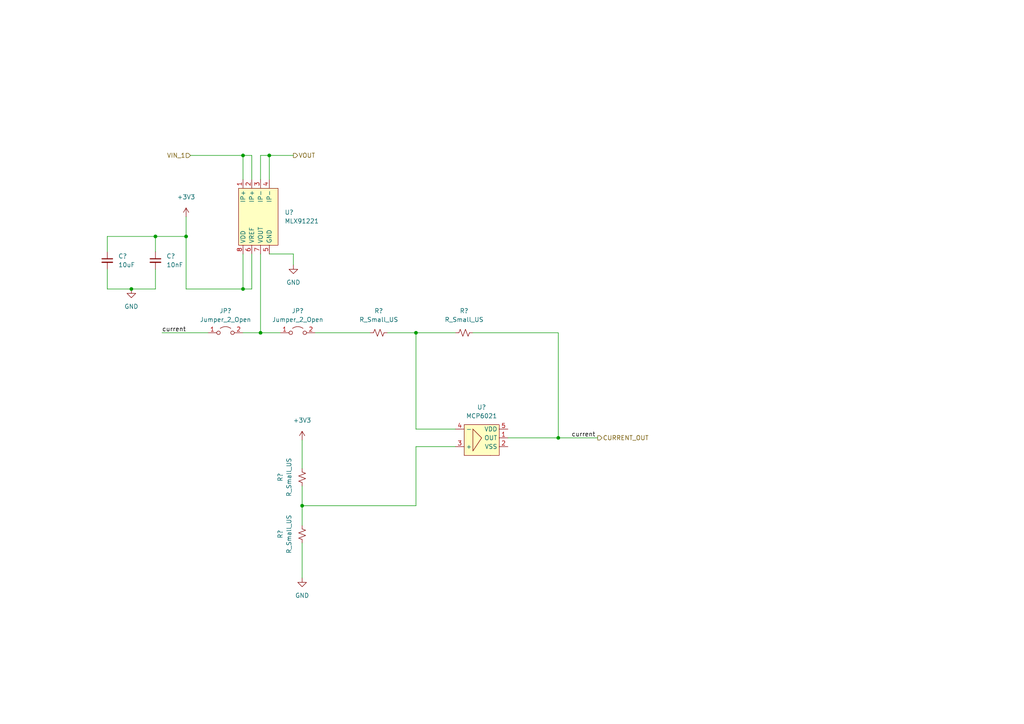
<source format=kicad_sch>
(kicad_sch (version 20210621) (generator eeschema)
  (paper "A4")
  (lib_symbols
    (symbol "Device:C_Small" (pin_numbers hide) (pin_names (offset 0.254) hide)
      (property "Reference" "C" (at 0.254 1.778 0))
      (property "Value" "C_Small" (at 0.254 -2.032 0))
      (symbol "C_Small_0_1"
        (polyline (pts (xy -1.524 -0.508) (xy 1.524 -0.508)) (stroke (width 0.3302)))
        (polyline (pts (xy -1.524 0.508) (xy 1.524 0.508)) (stroke (width 0.3048)))
      )
      (symbol "C_Small_1_1"
        (pin passive line (at 0 2.54 270) (length 2.032) (name "~") (number "1"))
        (pin passive line (at 0 -2.54 90) (length 2.032) (name "~") (number "2"))
      )
    )
    (symbol "Device:R_Small_US" (pin_numbers hide) (pin_names (offset 0.254) hide)
      (property "Reference" "R" (at 0.762 0.508 0))
      (property "Value" "R_Small_US" (at 0.762 -1.016 0))
      (symbol "R_Small_US_1_1"
        (polyline (pts (xy 0 0) (xy 1.016 -0.381) (xy 0 -0.762) (xy -1.016 -1.143) (xy 0 -1.524)))
        (polyline (pts (xy 0 1.524) (xy 1.016 1.143) (xy 0 0.762) (xy -1.016 0.381) (xy 0 0)))
        (pin passive line (at 0 2.54 270) (length 1.016) (name "~") (number "1"))
        (pin passive line (at 0 -2.54 90) (length 1.016) (name "~") (number "2"))
      )
    )
    (symbol "Halfgelijders:MCP6021"
      (property "Reference" "U" (at 5.08 -6.35 0))
      (property "Value" "MCP6021" (at 3.81 3.81 0))
      (symbol "MCP6021_0_1"
        (rectangle (start 7.62 -7.62) (end 7.62 -7.62) (stroke (width 0.1524)))
        (rectangle (start 0 1.27) (end 10.16 -7.62) (stroke (width 0.1524)) (fill (type background)))
        (polyline (pts (xy 2.54 0) (xy 2.54 -6.35) (xy 5.08 -2.54) (xy 2.54 0)) (stroke (width 0.1524)))
      )
      (symbol "MCP6021_1_1"
        (pin passive line (at 12.7 -2.54 180) (length 2.54) (name "OUT") (number "1"))
        (pin passive line (at 12.7 -5.08 180) (length 2.54) (name "VSS") (number "2"))
        (pin passive line (at -2.54 -5.08 0) (length 2.54) (name "+") (number "3"))
        (pin passive line (at -2.54 0 0) (length 2.54) (name "-") (number "4"))
        (pin passive line (at 12.7 0 180) (length 2.54) (name "VDD") (number "5"))
      )
    )
    (symbol "Halfgelijders:MLX91221"
      (property "Reference" "U" (at 8.89 -6.35 90))
      (property "Value" "MLX91221" (at 6.35 -3.81 90))
      (symbol "MLX91221_0_1"
        (rectangle (start 0 1.27) (end 16.51 -10.16) (stroke (width 0.1524)) (fill (type background)))
      )
      (symbol "MLX91221_1_1"
        (pin input line (at -2.54 0 0) (length 2.54) (name "IP+") (number "1"))
        (pin input line (at -2.54 -2.54 0) (length 2.54) (name "IP+") (number "2"))
        (pin input line (at -2.54 -5.08 0) (length 2.54) (name "IP-") (number "3"))
        (pin input line (at -2.54 -7.62 0) (length 2.54) (name "IP-") (number "4"))
        (pin input line (at 19.05 -7.62 180) (length 2.54) (name "GND") (number "5"))
        (pin input line (at 19.05 -2.54 180) (length 2.54) (name "VREF") (number "6"))
        (pin input line (at 19.05 -5.08 180) (length 2.54) (name "VOUT") (number "7"))
        (pin input line (at 19.05 0 180) (length 2.54) (name "VDD") (number "8"))
      )
    )
    (symbol "Jumper:Jumper_2_Open" (pin_names (offset 0) hide)
      (property "Reference" "JP" (at 0 2.794 0))
      (property "Value" "Jumper_2_Open" (at 0 -2.286 0))
      (symbol "Jumper_2_Open_0_0"
        (circle (center -2.032 0) (radius 0.508))
        (circle (center 2.032 0) (radius 0.508))
      )
      (symbol "Jumper_2_Open_0_1"
        (arc (start -1.524 1.27) (end 1.524 1.27) (radius (at 0 -0.762) (length 2.54) (angles 126.9 53.1)))
      )
      (symbol "Jumper_2_Open_1_1"
        (pin passive line (at -5.08 0 0) (length 2.54) (name "A") (number "1"))
        (pin passive line (at 5.08 0 180) (length 2.54) (name "B") (number "2"))
      )
    )
    (symbol "power:+3V3" (power) (pin_names (offset 0))
      (property "Value" "+3V3" (at 0 3.556 0))
      (symbol "+3V3_0_1"
        (polyline (pts (xy -0.762 1.27) (xy 0 2.54)))
        (polyline (pts (xy 0 0) (xy 0 2.54)))
        (polyline (pts (xy 0 2.54) (xy 0.762 1.27)))
      )
      (symbol "+3V3_1_1"
        (pin power_in line (at 0 0 90) (length 0) hide (name "+3V3") (number "1"))
      )
    )
    (symbol "power:GND" (power) (pin_names (offset 0))
      (property "Value" "GND" (at 0 -3.81 0))
      (symbol "GND_0_1"
        (polyline (pts (xy 0 0) (xy 0 -1.27) (xy 1.27 -1.27) (xy 0 -2.54) (xy -1.27 -1.27) (xy 0 -1.27)))
      )
      (symbol "GND_1_1"
        (pin power_in line (at 0 0 270) (length 0) hide (name "GND") (number "1"))
      )
    )
  )
  (junction (at 38.1 83.82) (diameter 0.9144))
  (junction (at 45.085 68.58) (diameter 0.9144))
  (junction (at 53.975 68.58) (diameter 0.9144))
  (junction (at 70.485 45.085) (diameter 0.9144))
  (junction (at 70.485 83.82) (diameter 0.9144))
  (junction (at 75.565 96.52) (diameter 0.9144))
  (junction (at 78.105 45.085) (diameter 0.9144))
  (junction (at 87.63 146.685) (diameter 0.9144))
  (junction (at 120.65 96.52) (diameter 0.9144))
  (junction (at 161.925 127) (diameter 0.9144))
  (wire (pts (xy 31.115 68.58) (xy 31.115 73.025)))
  (wire (pts (xy 31.115 83.82) (xy 31.115 78.105)))
  (wire (pts (xy 38.1 83.82) (xy 31.115 83.82)))
  (wire (pts (xy 38.1 83.82) (xy 45.085 83.82)))
  (wire (pts (xy 45.085 68.58) (xy 31.115 68.58)))
  (wire (pts (xy 45.085 68.58) (xy 53.975 68.58)))
  (wire (pts (xy 45.085 73.025) (xy 45.085 68.58)))
  (wire (pts (xy 45.085 83.82) (xy 45.085 78.105)))
  (wire (pts (xy 46.99 96.52) (xy 60.325 96.52)))
  (wire (pts (xy 53.975 68.58) (xy 53.975 62.865)))
  (wire (pts (xy 53.975 83.82) (xy 53.975 68.58)))
  (wire (pts (xy 53.975 83.82) (xy 70.485 83.82)))
  (wire (pts (xy 55.245 45.085) (xy 70.485 45.085)))
  (wire (pts (xy 70.485 45.085) (xy 73.025 45.085)))
  (wire (pts (xy 70.485 52.07) (xy 70.485 45.085)))
  (wire (pts (xy 70.485 73.66) (xy 70.485 83.82)))
  (wire (pts (xy 70.485 83.82) (xy 73.025 83.82)))
  (wire (pts (xy 70.485 96.52) (xy 75.565 96.52)))
  (wire (pts (xy 73.025 52.07) (xy 73.025 45.085)))
  (wire (pts (xy 73.025 73.66) (xy 73.025 83.82)))
  (wire (pts (xy 75.565 45.085) (xy 78.105 45.085)))
  (wire (pts (xy 75.565 52.07) (xy 75.565 45.085)))
  (wire (pts (xy 75.565 73.66) (xy 75.565 96.52)))
  (wire (pts (xy 78.105 45.085) (xy 78.105 52.07)))
  (wire (pts (xy 78.105 45.085) (xy 85.09 45.085)))
  (wire (pts (xy 81.28 96.52) (xy 75.565 96.52)))
  (wire (pts (xy 85.09 73.66) (xy 78.105 73.66)))
  (wire (pts (xy 85.09 73.66) (xy 85.09 76.835)))
  (wire (pts (xy 87.63 127.635) (xy 87.63 135.89)))
  (wire (pts (xy 87.63 146.685) (xy 87.63 140.97)))
  (wire (pts (xy 87.63 152.4) (xy 87.63 146.685)))
  (wire (pts (xy 87.63 167.64) (xy 87.63 157.48)))
  (wire (pts (xy 107.315 96.52) (xy 91.44 96.52)))
  (wire (pts (xy 120.65 96.52) (xy 112.395 96.52)))
  (wire (pts (xy 120.65 124.46) (xy 120.65 96.52)))
  (wire (pts (xy 120.65 129.54) (xy 120.65 146.685)))
  (wire (pts (xy 120.65 146.685) (xy 87.63 146.685)))
  (wire (pts (xy 132.08 96.52) (xy 120.65 96.52)))
  (wire (pts (xy 132.08 124.46) (xy 120.65 124.46)))
  (wire (pts (xy 132.08 129.54) (xy 120.65 129.54)))
  (wire (pts (xy 137.16 96.52) (xy 161.925 96.52)))
  (wire (pts (xy 161.925 96.52) (xy 161.925 127)))
  (wire (pts (xy 161.925 127) (xy 147.32 127)))
  (wire (pts (xy 161.925 127) (xy 173.355 127)))
  (label "current" (at 46.99 96.52 0))
  (label "current" (at 172.72 127 180))
  (hierarchical_label "VIN_1" (shape input) (at 55.245 45.085 180))
  (hierarchical_label "VOUT" (shape output) (at 85.09 45.085 0))
  (hierarchical_label "CURRENT_OUT" (shape output) (at 173.355 127 0))
  (symbol (lib_id "power:+3V3") (at 53.975 62.865 0) (unit 1)
    (property "Reference" "#PWR?" (effects hide))
    (property "Value" "+3V3" (at 53.975 57.15 0))
  )
  (symbol (lib_id "power:+3V3") (at 87.63 127.635 0) (unit 1)
    (property "Reference" "#PWR?" (effects hide))
    (property "Value" "+3V3" (at 87.63 121.92 0))
  )
  (symbol (lib_id "power:GND") (at 38.1 83.82 0) (unit 1)
    (property "Reference" "#PWR?" (effects hide))
    (property "Value" "GND" (at 38.1 88.9 0))
  )
  (symbol (lib_id "power:GND") (at 85.09 76.835 0) (unit 1)
    (property "Reference" "#PWR?" (effects hide))
    (property "Value" "GND" (at 85.09 81.915 0))
  )
  (symbol (lib_id "power:GND") (at 87.63 167.64 0) (unit 1)
    (property "Reference" "#PWR?" (effects hide))
    (property "Value" "GND" (at 87.63 172.72 0))
  )
  (symbol (lib_id "Device:R_Small_US") (at 87.63 138.43 180) (unit 1)
    (property "Reference" "R?" (at 81.28 138.43 90))
    (property "Value" "R_Small_US" (at 83.82 138.43 90))
  )
  (symbol (lib_id "Device:R_Small_US") (at 87.63 154.94 180) (unit 1)
    (property "Reference" "R?" (at 81.28 154.94 90))
    (property "Value" "R_Small_US" (at 83.82 154.94 90))
  )
  (symbol (lib_id "Device:R_Small_US") (at 109.855 96.52 90) (unit 1)
    (property "Reference" "R?" (at 109.855 90.17 90))
    (property "Value" "R_Small_US" (at 109.855 92.71 90))
  )
  (symbol (lib_id "Device:R_Small_US") (at 134.62 96.52 90) (unit 1)
    (property "Reference" "R?" (at 134.62 90.17 90))
    (property "Value" "R_Small_US" (at 134.62 92.71 90))
  )
  (symbol (lib_id "Device:C_Small") (at 31.115 75.565 0) (unit 1)
    (property "Reference" "C?" (at 34.29 74.2949 0) (effects (justify left)))
    (property "Value" "10uF" (at 34.29 76.8349 0) (effects (justify left)))
  )
  (symbol (lib_id "Device:C_Small") (at 45.085 75.565 0) (unit 1)
    (property "Reference" "C?" (at 48.26 74.2949 0) (effects (justify left)))
    (property "Value" "10nF" (at 48.26 76.8349 0) (effects (justify left)))
  )
  (symbol (lib_id "Jumper:Jumper_2_Open") (at 65.405 96.52 0) (unit 1) (in_bom no)
    (property "Reference" "JP?" (at 65.405 90.17 0))
    (property "Value" "Jumper_2_Open" (at 65.405 92.71 0))
  )
  (symbol (lib_id "Jumper:Jumper_2_Open") (at 86.36 96.52 0) (unit 1) (in_bom no)
    (property "Reference" "JP?" (at 86.36 90.17 0))
    (property "Value" "Jumper_2_Open" (at 86.36 92.71 0))
  )
  (symbol (lib_id "Halfgelijders:MCP6021") (at 134.62 124.46 0) (unit 1)
    (property "Reference" "U?" (at 139.7 118.11 0))
    (property "Value" "MCP6021" (at 139.7 120.65 0))
  )
  (symbol (lib_id "Halfgelijders:MLX91221") (at 70.485 54.61 90) (mirror x) (unit 1)
    (property "Reference" "U?" (at 82.55 61.5949 90) (effects (justify right)))
    (property "Value" "MLX91221" (at 82.55 64.1349 90) (effects (justify right)))
  )
)
</source>
